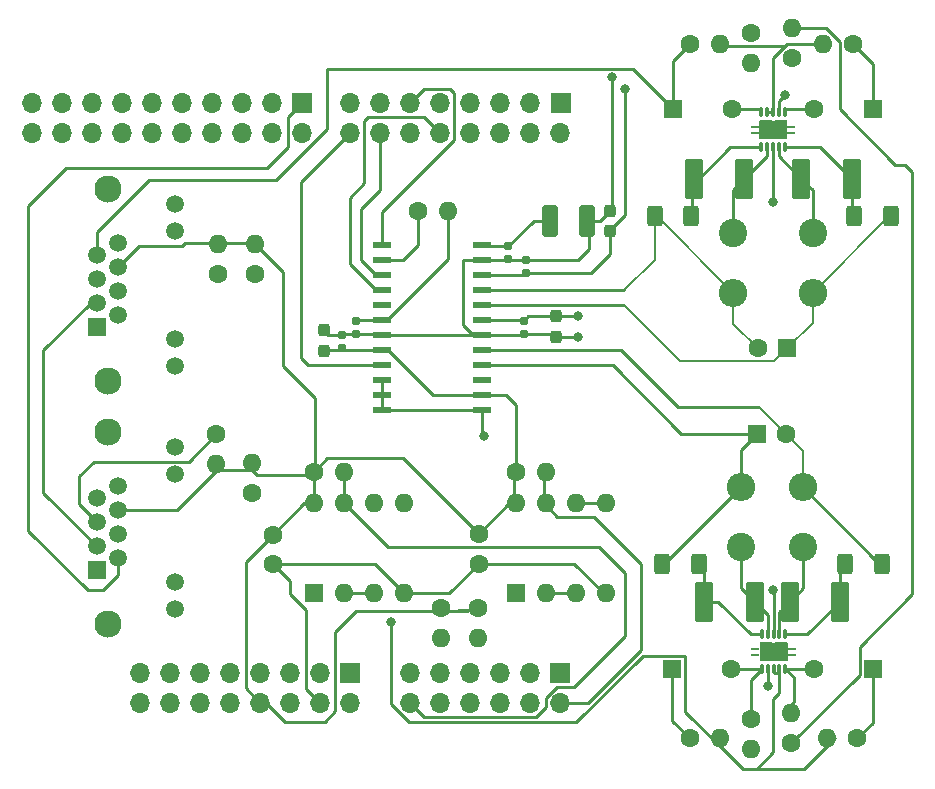
<source format=gbr>
%TF.GenerationSoftware,KiCad,Pcbnew,(6.0.10)*%
%TF.CreationDate,2023-02-24T01:37:01-05:00*%
%TF.ProjectId,shield,73686965-6c64-42e6-9b69-6361645f7063,rev?*%
%TF.SameCoordinates,Original*%
%TF.FileFunction,Copper,L1,Top*%
%TF.FilePolarity,Positive*%
%FSLAX46Y46*%
G04 Gerber Fmt 4.6, Leading zero omitted, Abs format (unit mm)*
G04 Created by KiCad (PCBNEW (6.0.10)) date 2023-02-24 01:37:01*
%MOMM*%
%LPD*%
G01*
G04 APERTURE LIST*
G04 Aperture macros list*
%AMRoundRect*
0 Rectangle with rounded corners*
0 $1 Rounding radius*
0 $2 $3 $4 $5 $6 $7 $8 $9 X,Y pos of 4 corners*
0 Add a 4 corners polygon primitive as box body*
4,1,4,$2,$3,$4,$5,$6,$7,$8,$9,$2,$3,0*
0 Add four circle primitives for the rounded corners*
1,1,$1+$1,$2,$3*
1,1,$1+$1,$4,$5*
1,1,$1+$1,$6,$7*
1,1,$1+$1,$8,$9*
0 Add four rect primitives between the rounded corners*
20,1,$1+$1,$2,$3,$4,$5,0*
20,1,$1+$1,$4,$5,$6,$7,0*
20,1,$1+$1,$6,$7,$8,$9,0*
20,1,$1+$1,$8,$9,$2,$3,0*%
G04 Aperture macros list end*
%TA.AperFunction,ComponentPad*%
%ADD10O,2.400000X2.400000*%
%TD*%
%TA.AperFunction,ComponentPad*%
%ADD11C,2.400000*%
%TD*%
%TA.AperFunction,ComponentPad*%
%ADD12C,1.600000*%
%TD*%
%TA.AperFunction,ComponentPad*%
%ADD13O,1.600000X1.600000*%
%TD*%
%TA.AperFunction,SMDPad,CuDef*%
%ADD14RoundRect,0.250000X0.400000X0.625000X-0.400000X0.625000X-0.400000X-0.625000X0.400000X-0.625000X0*%
%TD*%
%TA.AperFunction,SMDPad,CuDef*%
%ADD15RoundRect,0.250000X-0.400000X-0.625000X0.400000X-0.625000X0.400000X0.625000X-0.400000X0.625000X0*%
%TD*%
%TA.AperFunction,ComponentPad*%
%ADD16R,1.600000X1.600000*%
%TD*%
%TA.AperFunction,SMDPad,CuDef*%
%ADD17R,0.500000X0.260000*%
%TD*%
%TA.AperFunction,SMDPad,CuDef*%
%ADD18R,0.700000X0.280000*%
%TD*%
%TA.AperFunction,SMDPad,CuDef*%
%ADD19R,1.050000X0.680000*%
%TD*%
%TA.AperFunction,SMDPad,CuDef*%
%ADD20R,2.400000X1.650000*%
%TD*%
%TA.AperFunction,SMDPad,CuDef*%
%ADD21O,0.280000X0.850000*%
%TD*%
%TA.AperFunction,SMDPad,CuDef*%
%ADD22R,0.280000X0.280000*%
%TD*%
%TA.AperFunction,SMDPad,CuDef*%
%ADD23RoundRect,0.155000X0.155000X-0.212500X0.155000X0.212500X-0.155000X0.212500X-0.155000X-0.212500X0*%
%TD*%
%TA.AperFunction,SMDPad,CuDef*%
%ADD24RoundRect,0.250000X0.537500X1.450000X-0.537500X1.450000X-0.537500X-1.450000X0.537500X-1.450000X0*%
%TD*%
%TA.AperFunction,SMDPad,CuDef*%
%ADD25R,1.500000X0.500000*%
%TD*%
%TA.AperFunction,ComponentPad*%
%ADD26R,1.500000X1.500000*%
%TD*%
%TA.AperFunction,ComponentPad*%
%ADD27C,1.500000*%
%TD*%
%TA.AperFunction,ComponentPad*%
%ADD28C,2.300000*%
%TD*%
%TA.AperFunction,SMDPad,CuDef*%
%ADD29RoundRect,0.155000X-0.155000X0.212500X-0.155000X-0.212500X0.155000X-0.212500X0.155000X0.212500X0*%
%TD*%
%TA.AperFunction,SMDPad,CuDef*%
%ADD30RoundRect,0.250000X-0.537500X-1.450000X0.537500X-1.450000X0.537500X1.450000X-0.537500X1.450000X0*%
%TD*%
%TA.AperFunction,ComponentPad*%
%ADD31R,1.700000X1.700000*%
%TD*%
%TA.AperFunction,ComponentPad*%
%ADD32O,1.700000X1.700000*%
%TD*%
%TA.AperFunction,SMDPad,CuDef*%
%ADD33RoundRect,0.250000X-0.412500X-1.100000X0.412500X-1.100000X0.412500X1.100000X-0.412500X1.100000X0*%
%TD*%
%TA.AperFunction,SMDPad,CuDef*%
%ADD34RoundRect,0.237500X0.237500X-0.300000X0.237500X0.300000X-0.237500X0.300000X-0.237500X-0.300000X0*%
%TD*%
%TA.AperFunction,SMDPad,CuDef*%
%ADD35RoundRect,0.237500X-0.237500X0.300000X-0.237500X-0.300000X0.237500X-0.300000X0.237500X0.300000X0*%
%TD*%
%TA.AperFunction,ViaPad*%
%ADD36C,0.800000*%
%TD*%
%TA.AperFunction,Conductor*%
%ADD37C,0.250000*%
%TD*%
%TA.AperFunction,Conductor*%
%ADD38C,0.200000*%
%TD*%
G04 APERTURE END LIST*
D10*
%TO.P,R20,2*%
%TO.N,AINL+*%
X137100000Y-102535000D03*
D11*
%TO.P,R20,1*%
%TO.N,Net-(C10-Pad1)*%
X137100000Y-107615000D03*
%TD*%
%TO.P,R18,1*%
%TO.N,Net-(C8-Pad1)*%
X136500000Y-80985000D03*
D10*
%TO.P,R18,2*%
%TO.N,AINR+*%
X136500000Y-86065000D03*
%TD*%
D12*
%TO.P,R9,1*%
%TO.N,Net-(C3-Pad1)*%
X146640000Y-65000000D03*
D13*
%TO.P,R9,2*%
%TO.N,GND*%
X144100000Y-65000000D03*
%TD*%
D12*
%TO.P,R25,1*%
%TO.N,+5V*%
X109755000Y-79100000D03*
D13*
%TO.P,R25,2*%
%TO.N,/VD*%
X112295000Y-79100000D03*
%TD*%
D14*
%TO.P,R24,2*%
%TO.N,AINL+*%
X130450000Y-109000000D03*
%TO.P,R24,1*%
%TO.N,Net-(C10-Pad2)*%
X133550000Y-109000000D03*
%TD*%
D15*
%TO.P,R23,2*%
%TO.N,AINL-*%
X149050000Y-109000000D03*
%TO.P,R23,1*%
%TO.N,Net-(C9-Pad2)*%
X145950000Y-109000000D03*
%TD*%
D14*
%TO.P,R22,1*%
%TO.N,Net-(C8-Pad2)*%
X132950000Y-79600000D03*
%TO.P,R22,2*%
%TO.N,AINR+*%
X129850000Y-79600000D03*
%TD*%
D15*
%TO.P,R21,1*%
%TO.N,Net-(C7-Pad2)*%
X146750000Y-79600000D03*
%TO.P,R21,2*%
%TO.N,AINR-*%
X149850000Y-79600000D03*
%TD*%
D10*
%TO.P,R19,2*%
%TO.N,AINL-*%
X142400000Y-102535000D03*
D11*
%TO.P,R19,1*%
%TO.N,Net-(C9-Pad1)*%
X142400000Y-107615000D03*
%TD*%
%TO.P,R17,1*%
%TO.N,Net-(C7-Pad1)*%
X143200000Y-80985000D03*
D10*
%TO.P,R17,2*%
%TO.N,AINR-*%
X143200000Y-86065000D03*
%TD*%
D13*
%TO.P,R16,2*%
%TO.N,VQ*%
X138000000Y-124650000D03*
D12*
%TO.P,R16,1*%
%TO.N,Net-(C6-Pad2)*%
X138000000Y-122110000D03*
%TD*%
D13*
%TO.P,R15,2*%
%TO.N,Net-(C5-Pad2)*%
X141400000Y-121660000D03*
D12*
%TO.P,R15,1*%
%TO.N,VQ*%
X141400000Y-124200000D03*
%TD*%
%TO.P,R14,1*%
%TO.N,VQ*%
X138000000Y-64055000D03*
D13*
%TO.P,R14,2*%
%TO.N,Net-(C4-Pad2)*%
X138000000Y-66595000D03*
%TD*%
D12*
%TO.P,R13,1*%
%TO.N,Net-(C3-Pad2)*%
X141456250Y-66145000D03*
D13*
%TO.P,R13,2*%
%TO.N,VQ*%
X141456250Y-63605000D03*
%TD*%
%TO.P,R12,2*%
%TO.N,GND*%
X135350000Y-123792500D03*
D12*
%TO.P,R12,1*%
%TO.N,J1_Audio*%
X132810000Y-123792500D03*
%TD*%
D13*
%TO.P,R11,2*%
%TO.N,GND*%
X144430000Y-123792500D03*
D12*
%TO.P,R11,1*%
%TO.N,Net-(C5-Pad1)*%
X146970000Y-123792500D03*
%TD*%
%TO.P,R10,1*%
%TO.N,J2_Audio*%
X132855000Y-65000000D03*
D13*
%TO.P,R10,2*%
%TO.N,GND*%
X135395000Y-65000000D03*
%TD*%
D12*
%TO.P,R8,1*%
%TO.N,SDA2*%
X92900000Y-84445000D03*
D13*
%TO.P,R8,2*%
%TO.N,+5V*%
X92900000Y-81905000D03*
%TD*%
D12*
%TO.P,R7,1*%
%TO.N,SCL2*%
X96000000Y-84445000D03*
D13*
%TO.P,R7,2*%
%TO.N,+5V*%
X96000000Y-81905000D03*
%TD*%
D12*
%TO.P,R6,1*%
%TO.N,SCL1*%
X92700000Y-98055000D03*
D13*
%TO.P,R6,2*%
%TO.N,+5V*%
X92700000Y-100595000D03*
%TD*%
D12*
%TO.P,R5,1*%
%TO.N,SDA1*%
X95750000Y-103000000D03*
D13*
%TO.P,R5,2*%
%TO.N,+5V*%
X95750000Y-100460000D03*
%TD*%
D12*
%TO.P,R4,1*%
%TO.N,+5V*%
X114900000Y-112755000D03*
D13*
%TO.P,R4,2*%
%TO.N,A4*%
X114900000Y-115295000D03*
%TD*%
D12*
%TO.P,R3,1*%
%TO.N,+5V*%
X118095000Y-101200000D03*
D13*
%TO.P,R3,2*%
%TO.N,A5*%
X120635000Y-101200000D03*
%TD*%
D12*
%TO.P,R2,1*%
%TO.N,+5V*%
X111700000Y-112755000D03*
D13*
%TO.P,R2,2*%
%TO.N,A1*%
X111700000Y-115295000D03*
%TD*%
D12*
%TO.P,R1,1*%
%TO.N,+5V*%
X100955000Y-101200000D03*
D13*
%TO.P,R1,2*%
%TO.N,A0*%
X103495000Y-101200000D03*
%TD*%
D16*
%TO.P,U2,1,SDA*%
%TO.N,A4*%
X118100000Y-111500000D03*
D13*
%TO.P,U2,2,RXD-SDA*%
%TO.N,SDA2*%
X120640000Y-111500000D03*
%TO.P,U2,3,TXD-SDA*%
X123180000Y-111500000D03*
%TO.P,U2,4,GND*%
%TO.N,GND*%
X125720000Y-111500000D03*
%TO.P,U2,5,TXD-SCL*%
%TO.N,SCL2*%
X125720000Y-103880000D03*
%TO.P,U2,6,RXD-SCL*%
X123180000Y-103880000D03*
%TO.P,U2,7,SCL*%
%TO.N,A5*%
X120640000Y-103880000D03*
%TO.P,U2,8,VCC*%
%TO.N,+5V*%
X118100000Y-103880000D03*
%TD*%
D16*
%TO.P,U1,1,SDA*%
%TO.N,A1*%
X101000000Y-111500000D03*
D13*
%TO.P,U1,2,RXD-SDA*%
%TO.N,SDA1*%
X103540000Y-111500000D03*
%TO.P,U1,3,TXD-SDA*%
X106080000Y-111500000D03*
%TO.P,U1,4,GND*%
%TO.N,GND*%
X108620000Y-111500000D03*
%TO.P,U1,5,TXD-SCL*%
%TO.N,SCL1*%
X108620000Y-103880000D03*
%TO.P,U1,6,RXD-SCL*%
X106080000Y-103880000D03*
%TO.P,U1,7,SCL*%
%TO.N,A0*%
X103540000Y-103880000D03*
%TO.P,U1,8,VCC*%
%TO.N,+5V*%
X101000000Y-103880000D03*
%TD*%
D12*
%TO.P,C5,2*%
%TO.N,Net-(C5-Pad2)*%
X143315000Y-117950000D03*
D16*
%TO.P,C5,1*%
%TO.N,Net-(C5-Pad1)*%
X148315000Y-117950000D03*
%TD*%
D17*
%TO.P,U4,11*%
%TO.N,N/C*%
X138270000Y-116200000D03*
D18*
X138350000Y-116200000D03*
D17*
X141530000Y-116200000D03*
D19*
X139265000Y-116000000D03*
D20*
X139900000Y-116450000D03*
D18*
X138350000Y-116700000D03*
D17*
X138270000Y-116700000D03*
D19*
X140535000Y-116900000D03*
D17*
X141530000Y-116700000D03*
D19*
X139265000Y-116900000D03*
D18*
X141450000Y-116200000D03*
X141450000Y-116700000D03*
D19*
X140535000Y-116000000D03*
D21*
%TO.P,U4,10,-INA*%
%TO.N,Net-(C10-Pad2)*%
X138900000Y-114975000D03*
D22*
X138900000Y-114690000D03*
%TO.P,U4,9,OUTA*%
%TO.N,Net-(C10-Pad1)*%
X139400000Y-114690000D03*
D21*
X139400000Y-114975000D03*
%TO.P,U4,8,EN*%
%TO.N,D5*%
X139900000Y-114975000D03*
D22*
X139900000Y-114690000D03*
D21*
%TO.P,U4,7,OUTB*%
%TO.N,Net-(C9-Pad1)*%
X140400000Y-114975000D03*
D22*
X140400000Y-114690000D03*
%TO.P,U4,6,-INB*%
%TO.N,Net-(C9-Pad2)*%
X140900000Y-114690000D03*
D21*
X140900000Y-114975000D03*
%TO.P,U4,5,+INB*%
%TO.N,Net-(C5-Pad2)*%
X140900000Y-117925000D03*
D22*
X140900000Y-118210000D03*
D21*
%TO.P,U4,4,V-*%
%TO.N,GND*%
X140400000Y-117925000D03*
D22*
X140400000Y-118210000D03*
%TO.P,U4,3,GND*%
X139900000Y-118210000D03*
D21*
X139900000Y-117925000D03*
%TO.P,U4,2,V+*%
%TO.N,+5V*%
X139400000Y-117925000D03*
D22*
X139400000Y-118210000D03*
D21*
%TO.P,U4,1,+INA*%
%TO.N,Net-(C6-Pad2)*%
X138900000Y-117925000D03*
D22*
X138900000Y-118210000D03*
%TD*%
D23*
%TO.P,C18,1*%
%TO.N,GND*%
X118750000Y-89567500D03*
%TO.P,C18,2*%
%TO.N,+5V*%
X118750000Y-88432500D03*
%TD*%
D24*
%TO.P,C8,1*%
%TO.N,Net-(C8-Pad1)*%
X137437500Y-76400000D03*
%TO.P,C8,2*%
%TO.N,Net-(C8-Pad2)*%
X133162500Y-76400000D03*
%TD*%
%TO.P,C10,2*%
%TO.N,Net-(C10-Pad2)*%
X134012500Y-112200000D03*
%TO.P,C10,1*%
%TO.N,Net-(C10-Pad1)*%
X138287500Y-112200000D03*
%TD*%
D25*
%TO.P,U5,1,RST*%
%TO.N,D5*%
X106750000Y-82030000D03*
%TO.P,U5,2,M/S*%
%TO.N,+5V*%
X106750000Y-83300000D03*
%TO.P,U5,3,LRCK*%
%TO.N,D6B*%
X106750000Y-84570000D03*
%TO.P,U5,4,SCLK*%
%TO.N,D4B*%
X106750000Y-85840000D03*
%TO.P,U5,5,MCLK*%
%TO.N,/MCLK*%
X106750000Y-87110000D03*
%TO.P,U5,6,VD*%
%TO.N,/VD*%
X106750000Y-88380000D03*
%TO.P,U5,7,GND*%
%TO.N,GND*%
X106750000Y-89650000D03*
%TO.P,U5,8,VL*%
%TO.N,+5V*%
X106750000Y-90920000D03*
%TO.P,U5,9,SDOUT*%
%TO.N,D7B*%
X106750000Y-92190000D03*
%TO.P,U5,10,MDIV*%
%TO.N,GND*%
X106750000Y-93460000D03*
%TO.P,U5,11,HPF*%
X106750000Y-94730000D03*
%TO.P,U5,12,I2S/LJ*%
X106750000Y-96000000D03*
%TO.P,U5,13,M0*%
X115250000Y-95985000D03*
%TO.P,U5,14,M1*%
%TO.N,+5V*%
X115250000Y-94715000D03*
%TO.P,U5,15,OVFL*%
%TO.N,/OVFL*%
X115250000Y-93445000D03*
%TO.P,U5,16,AINL+*%
%TO.N,AINL+*%
X115250000Y-92175000D03*
%TO.P,U5,17,AINL-*%
%TO.N,AINL-*%
X115250000Y-90905000D03*
%TO.P,U5,18,GND*%
%TO.N,GND*%
X115250000Y-89635000D03*
%TO.P,U5,19,VA*%
%TO.N,+5V*%
X115250000Y-88365000D03*
%TO.P,U5,20,AINR-*%
%TO.N,AINR-*%
X115250000Y-87095000D03*
%TO.P,U5,21,AINR+*%
%TO.N,AINR+*%
X115250000Y-85825000D03*
%TO.P,U5,22,VQ*%
%TO.N,VQ*%
X115250000Y-84555000D03*
%TO.P,U5,23,REFGND*%
%TO.N,GND*%
X115250000Y-83285000D03*
%TO.P,U5,24,FILT+*%
%TO.N,Net-(C13-Pad1)*%
X115250000Y-82015000D03*
%TD*%
D26*
%TO.P,J2,1*%
%TO.N,unconnected-(J2-Pad1)*%
X82625000Y-88950000D03*
D27*
%TO.P,J2,2*%
%TO.N,D9*%
X84405000Y-87934000D03*
%TO.P,J2,3*%
%TO.N,GND*%
X82625000Y-86918000D03*
%TO.P,J2,4*%
%TO.N,SDA2*%
X84405000Y-85902000D03*
%TO.P,J2,5*%
%TO.N,SCL2*%
X82625000Y-84886000D03*
%TO.P,J2,6*%
%TO.N,+5V*%
X84405000Y-83870000D03*
%TO.P,J2,7*%
%TO.N,J2_Audio*%
X82625000Y-82854000D03*
%TO.P,J2,8*%
%TO.N,unconnected-(J2-Pad8)*%
X84405000Y-81838000D03*
%TO.P,J2,9*%
%TO.N,N/C*%
X89225000Y-92250000D03*
%TO.P,J2,10*%
X89225000Y-89960000D03*
%TO.P,J2,11*%
X89225000Y-80820000D03*
%TO.P,J2,12*%
X89225000Y-78530000D03*
D28*
%TO.P,J2,SH*%
X83515000Y-93520000D03*
X83515000Y-77260000D03*
%TD*%
D29*
%TO.P,C16,1*%
%TO.N,GND*%
X118900000Y-83282500D03*
%TO.P,C16,2*%
%TO.N,VQ*%
X118900000Y-84417500D03*
%TD*%
D30*
%TO.P,C7,1*%
%TO.N,Net-(C7-Pad1)*%
X142262500Y-76400000D03*
%TO.P,C7,2*%
%TO.N,Net-(C7-Pad2)*%
X146537500Y-76400000D03*
%TD*%
D31*
%TO.P,J4,1,Pin_1*%
%TO.N,/A5B*%
X121844000Y-118260000D03*
D32*
%TO.P,J4,2,Pin_2*%
%TO.N,A5*%
X121844000Y-120800000D03*
%TO.P,J4,3,Pin_3*%
%TO.N,/A4B*%
X119304000Y-118260000D03*
%TO.P,J4,4,Pin_4*%
%TO.N,A4*%
X119304000Y-120800000D03*
%TO.P,J4,5,Pin_5*%
%TO.N,/A3B*%
X116764000Y-118260000D03*
%TO.P,J4,6,Pin_6*%
%TO.N,/A3*%
X116764000Y-120800000D03*
%TO.P,J4,7,Pin_7*%
%TO.N,/A2B*%
X114224000Y-118260000D03*
%TO.P,J4,8,Pin_8*%
%TO.N,/A2*%
X114224000Y-120800000D03*
%TO.P,J4,9,Pin_9*%
%TO.N,/A1B*%
X111684000Y-118260000D03*
%TO.P,J4,10,Pin_10*%
%TO.N,A1*%
X111684000Y-120800000D03*
%TO.P,J4,11,Pin_11*%
%TO.N,/A0B*%
X109144000Y-118260000D03*
%TO.P,J4,12,Pin_12*%
%TO.N,A0*%
X109144000Y-120800000D03*
%TD*%
D12*
%TO.P,C1,1*%
%TO.N,+5V*%
X114920000Y-106500000D03*
%TO.P,C1,2*%
%TO.N,GND*%
X114920000Y-109000000D03*
%TD*%
D30*
%TO.P,C9,2*%
%TO.N,Net-(C9-Pad2)*%
X145537500Y-112200000D03*
%TO.P,C9,1*%
%TO.N,Net-(C9-Pad1)*%
X141262500Y-112200000D03*
%TD*%
D33*
%TO.P,C13,1*%
%TO.N,Net-(C13-Pad1)*%
X120987500Y-79950000D03*
%TO.P,C13,2*%
%TO.N,GND*%
X124112500Y-79950000D03*
%TD*%
D29*
%TO.P,C19,1*%
%TO.N,/VD*%
X104550000Y-88432500D03*
%TO.P,C19,2*%
%TO.N,GND*%
X104550000Y-89567500D03*
%TD*%
D34*
%TO.P,C15,1*%
%TO.N,VQ*%
X126050000Y-80862500D03*
%TO.P,C15,2*%
%TO.N,GND*%
X126050000Y-79137500D03*
%TD*%
D29*
%TO.P,C14,1*%
%TO.N,Net-(C13-Pad1)*%
X117450000Y-82082500D03*
%TO.P,C14,2*%
%TO.N,GND*%
X117450000Y-83217500D03*
%TD*%
%TO.P,C21,1*%
%TO.N,GND*%
X103400000Y-89632500D03*
%TO.P,C21,2*%
%TO.N,+5V*%
X103400000Y-90767500D03*
%TD*%
D31*
%TO.P,J5,1,Pin_1*%
%TO.N,D8*%
X100000000Y-70000000D03*
D32*
%TO.P,J5,2,Pin_2*%
%TO.N,/AD8*%
X100000000Y-72540000D03*
%TO.P,J5,3,Pin_3*%
%TO.N,D9*%
X97460000Y-70000000D03*
%TO.P,J5,4,Pin_4*%
%TO.N,/AD9*%
X97460000Y-72540000D03*
%TO.P,J5,5,Pin_5*%
%TO.N,/D10*%
X94920000Y-70000000D03*
%TO.P,J5,6,Pin_6*%
%TO.N,/AD10*%
X94920000Y-72540000D03*
%TO.P,J5,7,Pin_7*%
%TO.N,/D11*%
X92380000Y-70000000D03*
%TO.P,J5,8,Pin_8*%
%TO.N,/AD11*%
X92380000Y-72540000D03*
%TO.P,J5,9,Pin_9*%
%TO.N,/D12*%
X89840000Y-70000000D03*
%TO.P,J5,10,Pin_10*%
%TO.N,/AD12*%
X89840000Y-72540000D03*
%TO.P,J5,11,Pin_11*%
%TO.N,/D13*%
X87300000Y-70000000D03*
%TO.P,J5,12,Pin_12*%
%TO.N,/AD13*%
X87300000Y-72540000D03*
%TO.P,J5,13,Pin_13*%
%TO.N,unconnected-(J5-Pad13)*%
X84760000Y-70000000D03*
%TO.P,J5,14,Pin_14*%
%TO.N,/AD14*%
X84760000Y-72540000D03*
%TO.P,J5,15,Pin_15*%
%TO.N,/AREF*%
X82220000Y-70000000D03*
%TO.P,J5,16,Pin_16*%
%TO.N,unconnected-(J5-Pad16)*%
X82220000Y-72540000D03*
%TO.P,J5,17,Pin_17*%
%TO.N,/D14*%
X79680000Y-70000000D03*
%TO.P,J5,18,Pin_18*%
%TO.N,/AD16*%
X79680000Y-72540000D03*
%TO.P,J5,19,Pin_19*%
%TO.N,/D15*%
X77140000Y-70000000D03*
%TO.P,J5,20,Pin_20*%
%TO.N,/AD17*%
X77140000Y-72540000D03*
%TD*%
D26*
%TO.P,J1,1*%
%TO.N,unconnected-(J1-Pad1)*%
X82625000Y-109560000D03*
D27*
%TO.P,J1,2*%
%TO.N,D8*%
X84405000Y-108544000D03*
%TO.P,J1,3*%
%TO.N,GND*%
X82625000Y-107528000D03*
%TO.P,J1,4*%
%TO.N,SDA1*%
X84405000Y-106512000D03*
%TO.P,J1,5*%
%TO.N,SCL1*%
X82625000Y-105496000D03*
%TO.P,J1,6*%
%TO.N,+5V*%
X84405000Y-104480000D03*
%TO.P,J1,7*%
%TO.N,J1_Audio*%
X82625000Y-103464000D03*
%TO.P,J1,8*%
%TO.N,unconnected-(J1-Pad8)*%
X84405000Y-102448000D03*
%TO.P,J1,9*%
%TO.N,N/C*%
X89225000Y-112860000D03*
%TO.P,J1,10*%
X89225000Y-110570000D03*
%TO.P,J1,11*%
X89225000Y-101430000D03*
%TO.P,J1,12*%
X89225000Y-99140000D03*
D28*
%TO.P,J1,SH*%
X83515000Y-97870000D03*
X83515000Y-114130000D03*
%TD*%
D12*
%TO.P,C2,1*%
%TO.N,+5V*%
X97520000Y-106534000D03*
%TO.P,C2,2*%
%TO.N,GND*%
X97520000Y-109034000D03*
%TD*%
D21*
%TO.P,U3,1,+INA*%
%TO.N,Net-(C3-Pad2)*%
X140856250Y-70783750D03*
D22*
X140856250Y-70498750D03*
D21*
%TO.P,U3,2,V+*%
%TO.N,+5V*%
X140356250Y-70783750D03*
D22*
X140356250Y-70498750D03*
%TO.P,U3,3,GND*%
%TO.N,GND*%
X139856250Y-70498750D03*
D21*
X139856250Y-70783750D03*
D22*
%TO.P,U3,4,V-*%
X139356250Y-70498750D03*
D21*
X139356250Y-70783750D03*
D22*
%TO.P,U3,5,+INB*%
%TO.N,Net-(C4-Pad2)*%
X138856250Y-70498750D03*
D21*
X138856250Y-70783750D03*
D22*
%TO.P,U3,6,-INB*%
%TO.N,Net-(C8-Pad2)*%
X138856250Y-74018750D03*
D21*
X138856250Y-73733750D03*
%TO.P,U3,7,OUTB*%
%TO.N,Net-(C8-Pad1)*%
X139356250Y-73733750D03*
D22*
X139356250Y-74018750D03*
D21*
%TO.P,U3,8,EN*%
%TO.N,D5*%
X139856250Y-73733750D03*
D22*
X139856250Y-74018750D03*
%TO.P,U3,9,OUTA*%
%TO.N,Net-(C7-Pad1)*%
X140356250Y-74018750D03*
D21*
X140356250Y-73733750D03*
D22*
%TO.P,U3,10,-INA*%
%TO.N,Net-(C7-Pad2)*%
X140856250Y-74018750D03*
D21*
X140856250Y-73733750D03*
D19*
%TO.P,U3,11*%
%TO.N,N/C*%
X140491250Y-71808750D03*
X139221250Y-72708750D03*
D18*
X138306250Y-72508750D03*
D19*
X139221250Y-71808750D03*
D17*
X141486250Y-72508750D03*
D18*
X138306250Y-72008750D03*
D17*
X138226250Y-72508750D03*
D18*
X141406250Y-72508750D03*
D17*
X141486250Y-72008750D03*
D20*
X139856250Y-72258750D03*
D18*
X141406250Y-72008750D03*
D19*
X140491250Y-72708750D03*
D17*
X138226250Y-72008750D03*
%TD*%
D31*
%TO.P,J6,1,Pin_1*%
%TO.N,/D0*%
X121875000Y-70000000D03*
D32*
%TO.P,J6,2,Pin_2*%
%TO.N,/D0B*%
X121844000Y-72540000D03*
%TO.P,J6,3,Pin_3*%
%TO.N,/D1*%
X119304000Y-70000000D03*
%TO.P,J6,4,Pin_4*%
%TO.N,/D1B*%
X119304000Y-72540000D03*
%TO.P,J6,5,Pin_5*%
%TO.N,/D2*%
X116764000Y-70000000D03*
%TO.P,J6,6,Pin_6*%
%TO.N,/D2B*%
X116764000Y-72540000D03*
%TO.P,J6,7,Pin_7*%
%TO.N,/D3*%
X114224000Y-70000000D03*
%TO.P,J6,8,Pin_8*%
%TO.N,/D3B*%
X114224000Y-72540000D03*
%TO.P,J6,9,Pin_9*%
%TO.N,/D4*%
X111684000Y-70000000D03*
%TO.P,J6,10,Pin_10*%
%TO.N,D4B*%
X111684000Y-72540000D03*
%TO.P,J6,11,Pin_11*%
%TO.N,D5*%
X109144000Y-70000000D03*
%TO.P,J6,12,Pin_12*%
%TO.N,/D5B*%
X109144000Y-72540000D03*
%TO.P,J6,13,Pin_13*%
%TO.N,/D6*%
X106604000Y-70000000D03*
%TO.P,J6,14,Pin_14*%
%TO.N,D6B*%
X106604000Y-72540000D03*
%TO.P,J6,15,Pin_15*%
%TO.N,/D7*%
X104064000Y-70000000D03*
%TO.P,J6,16,Pin_16*%
%TO.N,D7B*%
X104064000Y-72540000D03*
%TD*%
D35*
%TO.P,C17,1*%
%TO.N,+5V*%
X121450000Y-88037500D03*
%TO.P,C17,2*%
%TO.N,GND*%
X121450000Y-89762500D03*
%TD*%
D34*
%TO.P,C20,1*%
%TO.N,+5V*%
X101800000Y-90962500D03*
%TO.P,C20,2*%
%TO.N,GND*%
X101800000Y-89237500D03*
%TD*%
D16*
%TO.P,C6,1*%
%TO.N,J1_Audio*%
X131315000Y-117950000D03*
D12*
%TO.P,C6,2*%
%TO.N,Net-(C6-Pad2)*%
X136315000Y-117950000D03*
%TD*%
D16*
%TO.P,C11,1*%
%TO.N,AINR-*%
X141060226Y-90768974D03*
D12*
%TO.P,C11,2*%
%TO.N,AINR+*%
X138560226Y-90768974D03*
%TD*%
D16*
%TO.P,C12,1*%
%TO.N,AINL+*%
X138474440Y-98000000D03*
D12*
%TO.P,C12,2*%
%TO.N,AINL-*%
X140974440Y-98000000D03*
%TD*%
D16*
%TO.P,C4,1*%
%TO.N,J2_Audio*%
X131406250Y-70500000D03*
D12*
%TO.P,C4,2*%
%TO.N,Net-(C4-Pad2)*%
X136406250Y-70500000D03*
%TD*%
D16*
%TO.P,C3,1*%
%TO.N,Net-(C3-Pad1)*%
X148306250Y-70508750D03*
D12*
%TO.P,C3,2*%
%TO.N,Net-(C3-Pad2)*%
X143306250Y-70508750D03*
%TD*%
D31*
%TO.P,J3,1,Pin_1*%
%TO.N,/A6B*%
X104064000Y-118260000D03*
D32*
%TO.P,J3,2,Pin_2*%
%TO.N,unconnected-(J3-Pad2)*%
X104064000Y-120800000D03*
%TO.P,J3,3,Pin_3*%
%TO.N,/A7B*%
X101524000Y-118260000D03*
%TO.P,J3,4,Pin_4*%
%TO.N,GND*%
X101524000Y-120800000D03*
%TO.P,J3,5,Pin_5*%
%TO.N,/A8B*%
X98984000Y-118260000D03*
%TO.P,J3,6,Pin_6*%
%TO.N,unconnected-(J3-Pad6)*%
X98984000Y-120800000D03*
%TO.P,J3,7,Pin_7*%
%TO.N,/A9B*%
X96444000Y-118260000D03*
%TO.P,J3,8,Pin_8*%
%TO.N,+5V*%
X96444000Y-120800000D03*
%TO.P,J3,9,Pin_9*%
%TO.N,/A10B*%
X93904000Y-118260000D03*
%TO.P,J3,10,Pin_10*%
%TO.N,unconnected-(J3-Pad10)*%
X93904000Y-120800000D03*
%TO.P,J3,11,Pin_11*%
%TO.N,/A11B*%
X91364000Y-118260000D03*
%TO.P,J3,12,Pin_12*%
%TO.N,unconnected-(J3-Pad12)*%
X91364000Y-120800000D03*
%TO.P,J3,13,Pin_13*%
%TO.N,/A12B*%
X88824000Y-118260000D03*
%TO.P,J3,14,Pin_14*%
%TO.N,/P3V3*%
X88824000Y-120800000D03*
%TO.P,J3,15,Pin_15*%
%TO.N,/A13B*%
X86284000Y-118260000D03*
%TO.P,J3,16,Pin_16*%
%TO.N,unconnected-(J3-Pad16)*%
X86284000Y-120800000D03*
%TD*%
D36*
%TO.N,GND*%
X107500000Y-113900000D03*
X126200000Y-67824500D03*
%TO.N,+5V*%
X140900000Y-69300000D03*
%TO.N,D5*%
X139849440Y-111249440D03*
X139856250Y-78356250D03*
%TO.N,VQ*%
X127300000Y-68800000D03*
%TO.N,GND*%
X115400000Y-98200000D03*
X123350000Y-89800000D03*
%TO.N,+5V*%
X139450000Y-119312500D03*
X123300000Y-88000000D03*
%TD*%
D37*
%TO.N,+5V*%
X108500000Y-83300000D02*
X106750000Y-83300000D01*
X109755000Y-82045000D02*
X108500000Y-83300000D01*
X109755000Y-79100000D02*
X109755000Y-82045000D01*
%TO.N,SCL1*%
X90400000Y-100355000D02*
X92700000Y-98055000D01*
X82345000Y-100355000D02*
X90400000Y-100355000D01*
%TO.N,+5V*%
X92929302Y-100547906D02*
X92838198Y-100456802D01*
X89370000Y-104480000D02*
X92929302Y-100920698D01*
X92929302Y-100920698D02*
X92929302Y-100547906D01*
X92100000Y-100355000D02*
X92479302Y-100734302D01*
%TO.N,SCL1*%
X81100000Y-101600000D02*
X82345000Y-100355000D01*
X81100000Y-103971000D02*
X81100000Y-101600000D01*
X82625000Y-105496000D02*
X81100000Y-103971000D01*
%TO.N,GND*%
X107500000Y-113900000D02*
X107600000Y-113800000D01*
X107500000Y-120900000D02*
X107500000Y-113900000D01*
X109025000Y-122425000D02*
X107500000Y-120900000D01*
X128811396Y-116825000D02*
X123211396Y-122425000D01*
X132440000Y-116825000D02*
X128811396Y-116825000D01*
X132440000Y-121522500D02*
X132440000Y-116825000D01*
X123211396Y-122425000D02*
X109025000Y-122425000D01*
X137158750Y-126241250D02*
X132440000Y-121522500D01*
X137158750Y-126241250D02*
X134710000Y-123792500D01*
X137272500Y-126355000D02*
X137158750Y-126241250D01*
X113600000Y-83300000D02*
X113600000Y-88800000D01*
X115235000Y-83300000D02*
X113600000Y-83300000D01*
X115250000Y-83285000D02*
X115235000Y-83300000D01*
X113600000Y-88800000D02*
X114435000Y-89635000D01*
X126200000Y-78987500D02*
X126050000Y-79137500D01*
X126200000Y-67824500D02*
X126200000Y-78987500D01*
%TO.N,+5V*%
X140356250Y-69843750D02*
X140900000Y-69300000D01*
X140356250Y-70783750D02*
X140356250Y-69843750D01*
%TO.N,VQ*%
X144295991Y-63605000D02*
X141456250Y-63605000D01*
X150200000Y-75200000D02*
X145515000Y-70515000D01*
X151000000Y-75200000D02*
X150200000Y-75200000D01*
X145515000Y-70515000D02*
X145515000Y-64824009D01*
X151600000Y-75800000D02*
X151000000Y-75200000D01*
X147190000Y-116010000D02*
X151600000Y-111600000D01*
X151600000Y-111600000D02*
X151600000Y-75800000D01*
X145515000Y-64824009D02*
X144295991Y-63605000D01*
X147190000Y-118410000D02*
X147190000Y-116010000D01*
X141400000Y-124200000D02*
X147190000Y-118410000D01*
%TO.N,D5*%
X139900000Y-111300000D02*
X139849440Y-111249440D01*
X139900000Y-114690000D02*
X139900000Y-111300000D01*
X139856250Y-73733750D02*
X139856250Y-78356250D01*
%TO.N,Net-(C6-Pad2)*%
X138000000Y-118825000D02*
X138900000Y-117925000D01*
X138000000Y-122110000D02*
X138000000Y-118825000D01*
%TO.N,A0*%
X107285000Y-107625000D02*
X125125000Y-107625000D01*
X125125000Y-107625000D02*
X127300000Y-109800000D01*
X103540000Y-103880000D02*
X107285000Y-107625000D01*
%TO.N,+5V*%
X108495000Y-100075000D02*
X114920000Y-106500000D01*
X102080000Y-100075000D02*
X108495000Y-100075000D01*
X100955000Y-101200000D02*
X102080000Y-100075000D01*
%TO.N,A0*%
X123019000Y-119435000D02*
X127300000Y-115154000D01*
X127300000Y-115154000D02*
X127300000Y-109800000D01*
X121547299Y-119435000D02*
X123019000Y-119435000D01*
X120600000Y-120382299D02*
X121547299Y-119435000D01*
X119790701Y-121975000D02*
X120600000Y-121165701D01*
X120600000Y-121165701D02*
X120600000Y-120382299D01*
X110319000Y-121975000D02*
X119790701Y-121975000D01*
X109144000Y-120800000D02*
X110319000Y-121975000D01*
%TO.N,A5*%
X121585000Y-105005000D02*
X120460000Y-103880000D01*
X128700000Y-109000000D02*
X124705000Y-105005000D01*
X128700000Y-116300000D02*
X128700000Y-109000000D01*
X121844000Y-120800000D02*
X124200000Y-120800000D01*
X124200000Y-120800000D02*
X128700000Y-116300000D01*
X124705000Y-105005000D02*
X121585000Y-105005000D01*
%TO.N,VQ*%
X127300000Y-79461827D02*
X127300000Y-68800000D01*
X126050000Y-80711827D02*
X127300000Y-79461827D01*
X126050000Y-80862500D02*
X126050000Y-80711827D01*
%TO.N,+5V*%
X113245000Y-112955000D02*
X114900000Y-112955000D01*
X113200000Y-113000000D02*
X113245000Y-112955000D01*
X113200000Y-113000000D02*
X104561150Y-113000000D01*
X114000000Y-113000000D02*
X113200000Y-113000000D01*
%TO.N,A0*%
X103540000Y-101245000D02*
X103495000Y-101200000D01*
X103540000Y-103880000D02*
X103540000Y-101245000D01*
%TO.N,A5*%
X120460000Y-101675000D02*
X120635000Y-101500000D01*
X120460000Y-103880000D02*
X120460000Y-101675000D01*
%TO.N,SCL2*%
X125540000Y-103880000D02*
X123000000Y-103880000D01*
%TO.N,+5V*%
X98400000Y-84305000D02*
X98400000Y-92300000D01*
X101095000Y-94995000D02*
X101095000Y-101500000D01*
X96000000Y-81905000D02*
X98400000Y-84305000D01*
X98400000Y-92300000D02*
X101095000Y-94995000D01*
X95960000Y-81865000D02*
X96000000Y-81905000D01*
X92750000Y-81865000D02*
X95960000Y-81865000D01*
X90035000Y-81865000D02*
X92750000Y-81865000D01*
X86175000Y-82100000D02*
X89800000Y-82100000D01*
X89800000Y-82100000D02*
X90035000Y-81865000D01*
X84405000Y-83870000D02*
X86175000Y-82100000D01*
%TO.N,/VD*%
X104602500Y-88380000D02*
X104550000Y-88432500D01*
X106750000Y-88380000D02*
X104602500Y-88380000D01*
X107130000Y-88380000D02*
X106750000Y-88380000D01*
X112295000Y-83215000D02*
X107130000Y-88380000D01*
X112295000Y-79100000D02*
X112295000Y-83215000D01*
%TO.N,GND*%
X135575000Y-65180000D02*
X135395000Y-65000000D01*
X140830259Y-65180000D02*
X135575000Y-65180000D01*
X141010259Y-65000000D02*
X140830259Y-65180000D01*
X139856250Y-66154009D02*
X141010259Y-65000000D01*
X139856250Y-70498750D02*
X139856250Y-66154009D01*
X141010259Y-65000000D02*
X144100000Y-65000000D01*
%TO.N,J2_Audio*%
X102100000Y-67100000D02*
X128006250Y-67100000D01*
X102100000Y-72200000D02*
X102100000Y-67100000D01*
X128006250Y-67100000D02*
X131406250Y-70500000D01*
X97782396Y-76517604D02*
X102100000Y-72200000D01*
X86982396Y-76517604D02*
X97782396Y-76517604D01*
X82625000Y-80875000D02*
X86982396Y-76517604D01*
X82625000Y-82854000D02*
X82625000Y-80875000D01*
%TO.N,Net-(C3-Pad1)*%
X148306250Y-66666250D02*
X146640000Y-65000000D01*
X148306250Y-70508750D02*
X148306250Y-66666250D01*
%TO.N,J2_Audio*%
X131406250Y-66448750D02*
X131406250Y-70758750D01*
X132855000Y-65000000D02*
X131406250Y-66448750D01*
%TO.N,AINL+*%
X126300000Y-92200000D02*
X124300000Y-92200000D01*
X124300000Y-92200000D02*
X115275000Y-92200000D01*
X132100000Y-98000000D02*
X138474440Y-98000000D01*
X126300000Y-92200000D02*
X132100000Y-98000000D01*
X115275000Y-92200000D02*
X115250000Y-92175000D01*
D38*
%TO.N,AINR-*%
X132018974Y-91868974D02*
X127245000Y-87095000D01*
X139960226Y-91868974D02*
X132018974Y-91868974D01*
X141060226Y-90768974D02*
X139960226Y-91868974D01*
D37*
%TO.N,AINL-*%
X131800000Y-95700000D02*
X127005000Y-90905000D01*
X127005000Y-90905000D02*
X125845000Y-90905000D01*
D38*
X140974440Y-98000000D02*
X138674440Y-95700000D01*
D37*
X138674440Y-95700000D02*
X131800000Y-95700000D01*
D38*
%TO.N,AINR+*%
X129850000Y-83250000D02*
X129850000Y-79600000D01*
X127275000Y-85825000D02*
X129850000Y-83250000D01*
%TO.N,AINL-*%
X142400000Y-99425560D02*
X140974440Y-98000000D01*
X142400000Y-102535000D02*
X142400000Y-99425560D01*
D37*
%TO.N,AINL+*%
X137100000Y-99374440D02*
X138474440Y-98000000D01*
X137100000Y-102535000D02*
X137100000Y-99374440D01*
%TO.N,Net-(C10-Pad2)*%
X134012500Y-112200000D02*
X134012500Y-109462500D01*
X134012500Y-109462500D02*
X133550000Y-109000000D01*
%TO.N,Net-(C9-Pad2)*%
X145537500Y-109412500D02*
X145950000Y-109000000D01*
X145537500Y-112200000D02*
X145537500Y-109412500D01*
%TO.N,GND*%
X138503491Y-126355000D02*
X137272500Y-126355000D01*
%TO.N,J1_Audio*%
X131315000Y-122297500D02*
X132810000Y-123792500D01*
X131315000Y-117950000D02*
X131315000Y-122297500D01*
%TO.N,Net-(C5-Pad1)*%
X148315000Y-122447500D02*
X146970000Y-123792500D01*
X148315000Y-117950000D02*
X148315000Y-122447500D01*
%TO.N,GND*%
X142507500Y-126355000D02*
X145070000Y-123792500D01*
X138503491Y-126355000D02*
X142507500Y-126355000D01*
%TO.N,Net-(C5-Pad2)*%
X141400000Y-120872500D02*
X141600000Y-120672500D01*
X141400000Y-121660000D02*
X141400000Y-120872500D01*
%TO.N,GND*%
X139890000Y-120472500D02*
X140400000Y-119962500D01*
X140400000Y-119962500D02*
X140400000Y-118210000D01*
X139890000Y-124422069D02*
X139890000Y-120472500D01*
%TO.N,AINL-*%
X148865000Y-109000000D02*
X142400000Y-102535000D01*
D38*
X149050000Y-109000000D02*
X148865000Y-109000000D01*
D37*
%TO.N,AINL+*%
X130635000Y-109000000D02*
X137100000Y-102535000D01*
D38*
X130450000Y-109000000D02*
X130635000Y-109000000D01*
D37*
%TO.N,Net-(C10-Pad1)*%
X137100000Y-111012500D02*
X137100000Y-107615000D01*
X138287500Y-112200000D02*
X137100000Y-111012500D01*
%TO.N,Net-(C9-Pad1)*%
X142400000Y-111062500D02*
X142400000Y-107615000D01*
X141262500Y-112200000D02*
X142400000Y-111062500D01*
%TO.N,Net-(C8-Pad1)*%
X136500000Y-77337500D02*
X136500000Y-80985000D01*
X137437500Y-76400000D02*
X136500000Y-77337500D01*
X139356250Y-74481250D02*
X137437500Y-76400000D01*
X139356250Y-73733750D02*
X139356250Y-74481250D01*
%TO.N,Net-(C7-Pad1)*%
X143200000Y-80985000D02*
X143200000Y-77337500D01*
X143200000Y-77337500D02*
X142262500Y-76400000D01*
X140356250Y-74493750D02*
X142262500Y-76400000D01*
X140356250Y-73733750D02*
X140356250Y-74493750D01*
D38*
%TO.N,AINR-*%
X143200000Y-88629200D02*
X141060226Y-90768974D01*
X143200000Y-86065000D02*
X143200000Y-88629200D01*
%TO.N,AINR+*%
X136500000Y-88708748D02*
X138560226Y-90768974D01*
X136500000Y-86065000D02*
X136500000Y-88708748D01*
%TO.N,AINR-*%
X149850000Y-79600000D02*
X149665000Y-79600000D01*
X149665000Y-79600000D02*
X143200000Y-86065000D01*
%TO.N,AINR+*%
X130035000Y-79600000D02*
X136500000Y-86065000D01*
X129850000Y-79600000D02*
X130035000Y-79600000D01*
D37*
%TO.N,Net-(C7-Pad2)*%
X146537500Y-79387500D02*
X146750000Y-79600000D01*
X146537500Y-76400000D02*
X146537500Y-79387500D01*
X143871250Y-73733750D02*
X146537500Y-76400000D01*
X140856250Y-73733750D02*
X143871250Y-73733750D01*
%TO.N,Net-(C4-Pad2)*%
X136407500Y-70498750D02*
X136406250Y-70500000D01*
X138856250Y-70498750D02*
X136407500Y-70498750D01*
%TO.N,VQ*%
X141006250Y-64055000D02*
X141456250Y-63605000D01*
%TO.N,GND*%
X139356250Y-70783750D02*
X139856250Y-70783750D01*
%TO.N,Net-(C8-Pad2)*%
X132968750Y-77008750D02*
X132968750Y-80121250D01*
%TO.N,Net-(C5-Pad2)*%
X141600000Y-118625000D02*
X140900000Y-117925000D01*
X141600000Y-120672500D02*
X141600000Y-118625000D01*
%TO.N,GND*%
X139886466Y-124972025D02*
X138503491Y-126355000D01*
X139886466Y-124518534D02*
X139886466Y-124972025D01*
%TO.N,Net-(C10-Pad2)*%
X135187500Y-112200000D02*
X134012500Y-112200000D01*
X137962500Y-114975000D02*
X135187500Y-112200000D01*
X138900000Y-114975000D02*
X137962500Y-114975000D01*
%TO.N,GND*%
X115250000Y-95985000D02*
X106765000Y-95985000D01*
X106765000Y-95985000D02*
X106750000Y-96000000D01*
X98984000Y-111584000D02*
X98984000Y-110498000D01*
X78084999Y-102987999D02*
X78084999Y-90911572D01*
X124300000Y-82350000D02*
X124300000Y-80137500D01*
X125237500Y-79950000D02*
X126050000Y-79137500D01*
X106765000Y-89635000D02*
X106750000Y-89650000D01*
X140400000Y-118210000D02*
X139900000Y-118210000D01*
X104550000Y-89567500D02*
X106667500Y-89567500D01*
X104550000Y-89567500D02*
X103465000Y-89567500D01*
X106667500Y-89567500D02*
X106750000Y-89650000D01*
X115250000Y-89635000D02*
X118682500Y-89635000D01*
X101524000Y-120800000D02*
X100349000Y-119625000D01*
X100349000Y-112949000D02*
X98984000Y-111584000D01*
X121255000Y-89567500D02*
X121450000Y-89762500D01*
X124112500Y-79950000D02*
X125237500Y-79950000D01*
X115250000Y-83285000D02*
X123365000Y-83285000D01*
X121450000Y-89762500D02*
X123312500Y-89762500D01*
X108620000Y-111500000D02*
X112420000Y-111500000D01*
X112420000Y-111500000D02*
X114920000Y-109000000D01*
X123040000Y-109000000D02*
X125540000Y-111500000D01*
X115250000Y-95985000D02*
X115250000Y-98050000D01*
X123312500Y-89762500D02*
X123350000Y-89800000D01*
X100349000Y-119625000D02*
X100349000Y-112949000D01*
X106750000Y-96000000D02*
X106750000Y-93460000D01*
X114920000Y-109000000D02*
X123040000Y-109000000D01*
X118682500Y-89635000D02*
X118750000Y-89567500D01*
X106154000Y-109034000D02*
X108620000Y-111500000D01*
X115250000Y-89635000D02*
X106765000Y-89635000D01*
X115250000Y-98050000D02*
X115400000Y-98200000D01*
X97520000Y-109034000D02*
X106154000Y-109034000D01*
X102195000Y-89632500D02*
X101800000Y-89237500D01*
X123365000Y-83285000D02*
X124300000Y-82350000D01*
X82078571Y-86918000D02*
X82625000Y-86918000D01*
X98984000Y-110498000D02*
X97520000Y-109034000D01*
X103465000Y-89567500D02*
X103400000Y-89632500D01*
X124300000Y-80137500D02*
X124112500Y-79950000D01*
X118750000Y-89567500D02*
X121255000Y-89567500D01*
X103400000Y-89632500D02*
X102195000Y-89632500D01*
X82625000Y-107528000D02*
X78084999Y-102987999D01*
X78084999Y-90911572D02*
X82078571Y-86918000D01*
%TO.N,+5V*%
X95750000Y-101100000D02*
X92750000Y-101100000D01*
X106750000Y-90920000D02*
X107250000Y-90920000D01*
X117950190Y-103469810D02*
X114920000Y-106500000D01*
X95200000Y-108854000D02*
X97520000Y-106534000D01*
X104561150Y-113000000D02*
X102800000Y-114761150D01*
X103552500Y-90920000D02*
X103400000Y-90767500D01*
X98500000Y-122400000D02*
X96900000Y-120800000D01*
X102800000Y-114761150D02*
X102800000Y-121500000D01*
X117950190Y-101303718D02*
X117950190Y-103469810D01*
X101095000Y-101500000D02*
X96150000Y-101500000D01*
X139400000Y-119262500D02*
X139450000Y-119312500D01*
X89370000Y-104480000D02*
X84405000Y-104480000D01*
X111045000Y-94715000D02*
X115250000Y-94715000D01*
X117215000Y-94715000D02*
X115250000Y-94715000D01*
X102800000Y-121500000D02*
X101900000Y-122400000D01*
X101000000Y-101600000D02*
X101100000Y-101500000D01*
X117540000Y-103880000D02*
X117920000Y-103880000D01*
X97520000Y-106534000D02*
X100174000Y-103880000D01*
X121450000Y-88037500D02*
X123262500Y-88037500D01*
X119145000Y-88037500D02*
X118750000Y-88432500D01*
X107250000Y-90920000D02*
X111045000Y-94715000D01*
X118682500Y-88365000D02*
X115250000Y-88365000D01*
X101000000Y-103880000D02*
X101000000Y-101600000D01*
X139400000Y-118210000D02*
X139400000Y-119262500D01*
X121450000Y-88037500D02*
X119145000Y-88037500D01*
X96150000Y-101500000D02*
X95750000Y-101100000D01*
X96444000Y-120800000D02*
X95200000Y-119556000D01*
X123262500Y-88037500D02*
X123300000Y-88000000D01*
X101900000Y-122400000D02*
X98500000Y-122400000D01*
X118095000Y-101500000D02*
X118095000Y-95595000D01*
X106750000Y-90920000D02*
X103552500Y-90920000D01*
X118750000Y-88432500D02*
X118682500Y-88365000D01*
X96900000Y-120800000D02*
X96444000Y-120800000D01*
X103230000Y-90937500D02*
X103400000Y-90767500D01*
X114920000Y-106500000D02*
X117540000Y-103880000D01*
X101900000Y-90937500D02*
X103230000Y-90937500D01*
X100174000Y-103880000D02*
X101000000Y-103880000D01*
X95200000Y-119556000D02*
X95200000Y-108854000D01*
X118095000Y-95595000D02*
X117215000Y-94715000D01*
%TO.N,AINR-*%
X127245000Y-87095000D02*
X115250000Y-87095000D01*
%TO.N,AINR+*%
X127275000Y-85825000D02*
X115250000Y-85825000D01*
%TO.N,AINL-*%
X115250000Y-90905000D02*
X125845000Y-90905000D01*
%TO.N,SDA1*%
X103540000Y-111500000D02*
X106080000Y-111500000D01*
%TO.N,SDA2*%
X120460000Y-111500000D02*
X123000000Y-111500000D01*
%TO.N,Net-(C3-Pad2)*%
X143296250Y-70498750D02*
X143306250Y-70508750D01*
X140856250Y-70498750D02*
X143296250Y-70498750D01*
%TO.N,Net-(C4-Pad2)*%
X138831250Y-70758750D02*
X138856250Y-70783750D01*
%TO.N,Net-(C5-Pad2)*%
X140925000Y-117950000D02*
X140900000Y-117925000D01*
X143315000Y-117950000D02*
X140925000Y-117950000D01*
%TO.N,Net-(C6-Pad2)*%
X138900000Y-117925000D02*
X136340000Y-117925000D01*
X136340000Y-117925000D02*
X136315000Y-117950000D01*
%TO.N,Net-(C8-Pad2)*%
X138856250Y-73733750D02*
X136243750Y-73733750D01*
X136243750Y-73733750D02*
X132968750Y-77008750D01*
%TO.N,Net-(C9-Pad1)*%
X140400000Y-113062500D02*
X141262500Y-112200000D01*
X140400000Y-114975000D02*
X140400000Y-113062500D01*
%TO.N,Net-(C9-Pad2)*%
X142762500Y-114975000D02*
X145537500Y-112200000D01*
X140900000Y-114975000D02*
X142762500Y-114975000D01*
%TO.N,Net-(C10-Pad1)*%
X139400000Y-114690000D02*
X139400000Y-113312500D01*
X139400000Y-113312500D02*
X138287500Y-112200000D01*
%TO.N,D8*%
X76750000Y-106186571D02*
X76750000Y-78750000D01*
X84405000Y-109930000D02*
X83085000Y-111250000D01*
X84405000Y-108544000D02*
X84405000Y-109930000D01*
X76750000Y-78750000D02*
X80000000Y-75500000D01*
X83085000Y-111250000D02*
X81813429Y-111250000D01*
X81813429Y-111250000D02*
X76750000Y-106186571D01*
X80000000Y-75500000D02*
X97040000Y-75500000D01*
X97040000Y-75500000D02*
X98825000Y-73715000D01*
X98825000Y-73715000D02*
X98825000Y-71175000D01*
X98825000Y-71175000D02*
X100000000Y-70000000D01*
%TO.N,Net-(C13-Pad1)*%
X119582500Y-79950000D02*
X117450000Y-82082500D01*
X120987500Y-79950000D02*
X119582500Y-79950000D01*
X115317500Y-82082500D02*
X115250000Y-82015000D01*
X117450000Y-82082500D02*
X115317500Y-82082500D01*
%TO.N,D5*%
X106750000Y-79250000D02*
X112859000Y-73141000D01*
X112497850Y-68825000D02*
X110319000Y-68825000D01*
X112859000Y-69186150D02*
X112497850Y-68825000D01*
X112859000Y-73141000D02*
X112859000Y-69186150D01*
X110319000Y-68825000D02*
X109144000Y-70000000D01*
X106750000Y-82030000D02*
X106750000Y-79250000D01*
%TO.N,D6B*%
X105000000Y-79000000D02*
X106604000Y-77396000D01*
X105000000Y-83320000D02*
X105000000Y-79000000D01*
X106604000Y-77396000D02*
X106604000Y-72540000D01*
X106250000Y-84570000D02*
X105000000Y-83320000D01*
X106750000Y-84570000D02*
X106250000Y-84570000D01*
%TO.N,D7B*%
X99900000Y-76704000D02*
X104064000Y-72540000D01*
X100490000Y-92190000D02*
X99900000Y-91600000D01*
X99900000Y-91600000D02*
X99900000Y-76704000D01*
X106750000Y-92190000D02*
X100490000Y-92190000D01*
%TO.N,VQ*%
X126050000Y-82800000D02*
X124432500Y-84417500D01*
X118762500Y-84555000D02*
X115250000Y-84555000D01*
X126050000Y-80862500D02*
X126050000Y-82800000D01*
X118900000Y-84417500D02*
X118762500Y-84555000D01*
X124432500Y-84417500D02*
X118900000Y-84417500D01*
%TO.N,D4B*%
X106750000Y-85840000D02*
X106250000Y-85840000D01*
X104000000Y-83590000D02*
X104000000Y-78000000D01*
X105566149Y-71175000D02*
X110319000Y-71175000D01*
X106250000Y-85840000D02*
X104000000Y-83590000D01*
X105239000Y-71502149D02*
X105566149Y-71175000D01*
X105239000Y-76761000D02*
X105239000Y-71502149D01*
X104000000Y-78000000D02*
X105239000Y-76761000D01*
X110319000Y-71175000D02*
X111684000Y-72540000D01*
%TD*%
M02*

</source>
